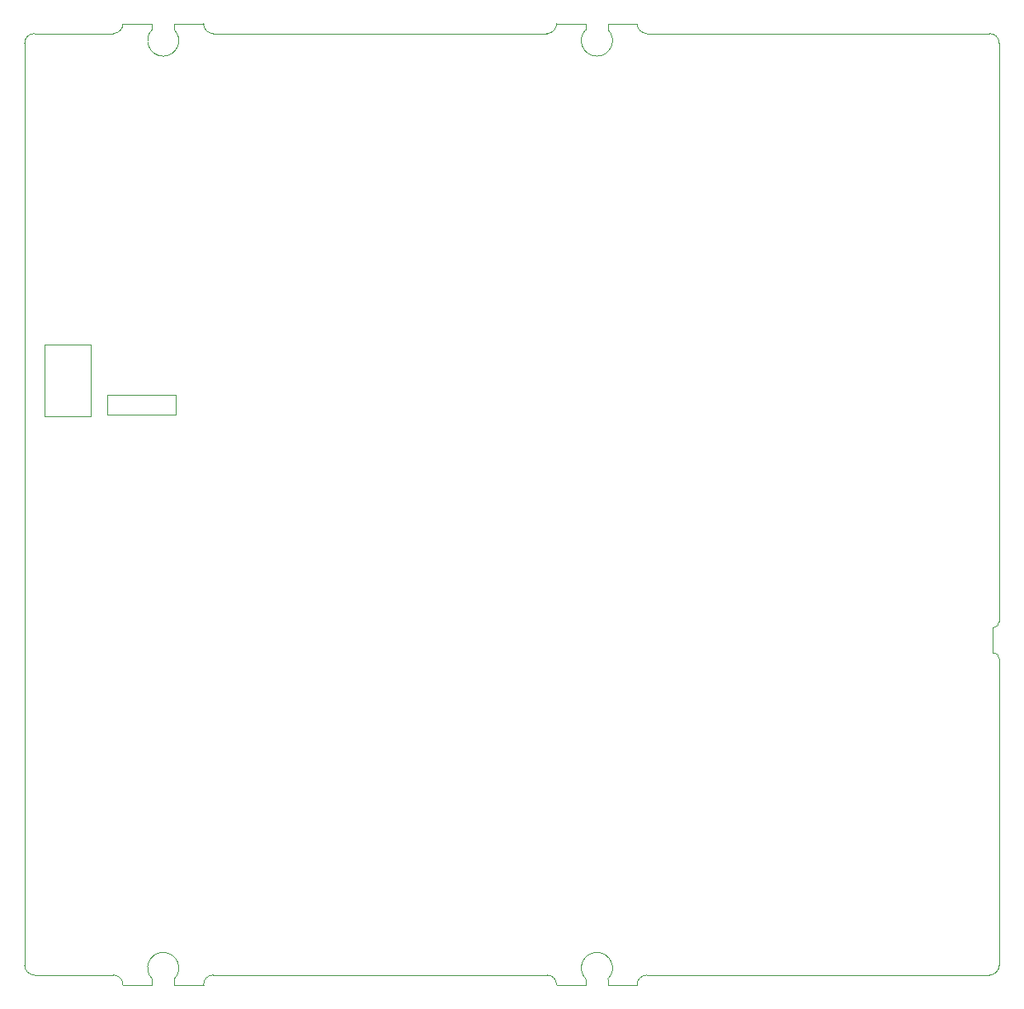
<source format=gbr>
%TF.GenerationSoftware,KiCad,Pcbnew,(5.1.9)-1*%
%TF.CreationDate,2021-10-24T18:26:44+08:00*%
%TF.ProjectId,XTA-35-TH,5854412d-3335-42d5-9448-2e6b69636164,rev?*%
%TF.SameCoordinates,Original*%
%TF.FileFunction,Profile,NP*%
%FSLAX46Y46*%
G04 Gerber Fmt 4.6, Leading zero omitted, Abs format (unit mm)*
G04 Created by KiCad (PCBNEW (5.1.9)-1) date 2021-10-24 18:26:44*
%MOMM*%
%LPD*%
G01*
G04 APERTURE LIST*
%TA.AperFunction,Profile*%
%ADD10C,0.050000*%
%TD*%
G04 APERTURE END LIST*
D10*
X250190000Y-92075000D02*
X250190000Y-32660000D01*
X250190000Y-95885000D02*
X250190000Y-127360000D01*
X249555000Y-95250000D02*
G75*
G02*
X250190000Y-95885000I0J-635000D01*
G01*
X250190000Y-92075000D02*
G75*
G02*
X249555000Y-92710000I-635000J0D01*
G01*
X249555000Y-93980000D02*
X249555000Y-95250000D01*
X249555000Y-93980000D02*
X249555000Y-92710000D01*
X158665000Y-70810000D02*
X165665000Y-70810000D01*
X165665000Y-68810000D02*
X158665000Y-68810000D01*
X249190000Y-31660000D02*
G75*
G02*
X250190000Y-32660000I0J-1000000D01*
G01*
X250190000Y-127360000D02*
G75*
G02*
X249190000Y-128360000I-1000000J0D01*
G01*
X150190000Y-32660000D02*
G75*
G02*
X151190000Y-31660000I1000000J0D01*
G01*
X151190000Y-128360000D02*
G75*
G02*
X150190000Y-127360000I0J1000000D01*
G01*
X159278628Y-128360001D02*
X151190000Y-128360000D01*
X159278628Y-31659999D02*
X151190000Y-31660000D01*
X150190000Y-32660000D02*
X150190000Y-127360000D01*
X203778628Y-128360001D02*
X169541372Y-128360001D01*
X249190000Y-128360000D02*
X214041372Y-128360001D01*
X214041372Y-31659999D02*
X249190000Y-31660000D01*
X169541372Y-31659999D02*
X203778628Y-31659999D01*
X165541371Y-129360000D02*
X168541371Y-129360000D01*
X165541371Y-30660000D02*
X168541371Y-30660000D01*
X163278629Y-30660000D02*
X160278629Y-30660000D01*
X169541372Y-128360001D02*
G75*
G03*
X168541372Y-129360001I0J-1000000D01*
G01*
X165541371Y-31258629D02*
X165541371Y-30660000D01*
X169541372Y-31659999D02*
G75*
G02*
X168541372Y-30659999I0J1000000D01*
G01*
X163278629Y-31258629D02*
G75*
G03*
X164410000Y-33990000I1131371J-1131371D01*
G01*
X163278629Y-129360000D02*
X160278629Y-129360000D01*
X163278629Y-128771371D02*
G75*
G02*
X164410000Y-126040000I1131371J1131371D01*
G01*
X163278629Y-31258629D02*
X163278629Y-30660000D01*
X165541371Y-128771371D02*
X165541371Y-129360000D01*
X165541371Y-128771371D02*
G75*
G03*
X164410000Y-126040000I-1131371J1131371D01*
G01*
X159278628Y-128360001D02*
G75*
G02*
X160278628Y-129360001I0J-1000000D01*
G01*
X159278628Y-31659999D02*
G75*
G03*
X160278628Y-30659999I0J1000000D01*
G01*
X163278629Y-128771371D02*
X163278629Y-129360000D01*
X165541371Y-31258629D02*
G75*
G02*
X164410000Y-33990000I-1131371J-1131371D01*
G01*
X210041371Y-129360000D02*
X213041371Y-129360000D01*
X203778628Y-31659999D02*
G75*
G03*
X204778628Y-30659999I0J1000000D01*
G01*
X210041371Y-31258629D02*
X210041371Y-30660000D01*
X210041371Y-128771371D02*
X210041371Y-129360000D01*
X214041372Y-31659999D02*
G75*
G02*
X213041372Y-30659999I0J1000000D01*
G01*
X207778629Y-128771371D02*
X207778629Y-129360000D01*
X210041371Y-31258629D02*
G75*
G02*
X208910000Y-33990000I-1131371J-1131371D01*
G01*
X207778629Y-128771371D02*
G75*
G02*
X208910000Y-126040000I1131371J1131371D01*
G01*
X210041371Y-128771371D02*
G75*
G03*
X208910000Y-126040000I-1131371J1131371D01*
G01*
X203778628Y-128360001D02*
G75*
G02*
X204778628Y-129360001I0J-1000000D01*
G01*
X210041371Y-30660000D02*
X213041371Y-30660000D01*
X207778629Y-30660000D02*
X204778629Y-30660000D01*
X207778629Y-31258629D02*
G75*
G03*
X208910000Y-33990000I1131371J-1131371D01*
G01*
X207778629Y-31258629D02*
X207778629Y-30660000D01*
X207778629Y-129360000D02*
X204778629Y-129360000D01*
X214041372Y-128360001D02*
G75*
G03*
X213041372Y-129360001I0J-1000000D01*
G01*
X152265000Y-71010000D02*
X156965000Y-71010000D01*
X152265000Y-63610000D02*
X156965000Y-63610000D01*
X156965000Y-63610000D02*
X156965000Y-71010000D01*
X152265000Y-71010000D02*
X152265000Y-63610000D01*
X165665000Y-68810000D02*
X165665000Y-70810000D01*
X158665000Y-70810000D02*
X158665000Y-68810000D01*
M02*

</source>
